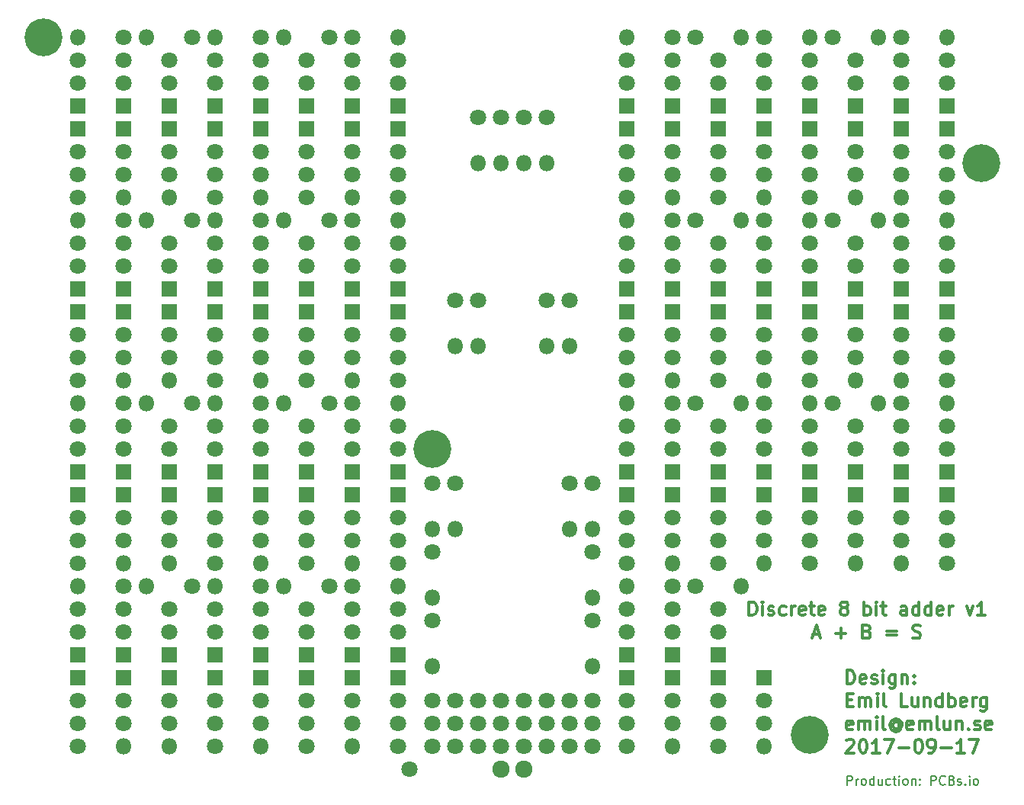
<source format=gts>
G04 #@! TF.FileFunction,Soldermask,Top*
%FSLAX46Y46*%
G04 Gerber Fmt 4.6, Leading zero omitted, Abs format (unit mm)*
G04 Created by KiCad (PCBNEW 4.0.6) date Sun Sep 17 22:44:25 2017*
%MOMM*%
%LPD*%
G01*
G04 APERTURE LIST*
%ADD10C,0.100000*%
%ADD11C,0.200000*%
%ADD12C,0.300000*%
%ADD13C,4.200000*%
%ADD14C,1.800000*%
%ADD15R,1.800000X1.800000*%
%ADD16O,1.800000X1.800000*%
%ADD17C,1.924000*%
G04 APERTURE END LIST*
D10*
D11*
X195961905Y-146502381D02*
X195961905Y-145502381D01*
X196342858Y-145502381D01*
X196438096Y-145550000D01*
X196485715Y-145597619D01*
X196533334Y-145692857D01*
X196533334Y-145835714D01*
X196485715Y-145930952D01*
X196438096Y-145978571D01*
X196342858Y-146026190D01*
X195961905Y-146026190D01*
X196961905Y-146502381D02*
X196961905Y-145835714D01*
X196961905Y-146026190D02*
X197009524Y-145930952D01*
X197057143Y-145883333D01*
X197152381Y-145835714D01*
X197247620Y-145835714D01*
X197723810Y-146502381D02*
X197628572Y-146454762D01*
X197580953Y-146407143D01*
X197533334Y-146311905D01*
X197533334Y-146026190D01*
X197580953Y-145930952D01*
X197628572Y-145883333D01*
X197723810Y-145835714D01*
X197866668Y-145835714D01*
X197961906Y-145883333D01*
X198009525Y-145930952D01*
X198057144Y-146026190D01*
X198057144Y-146311905D01*
X198009525Y-146407143D01*
X197961906Y-146454762D01*
X197866668Y-146502381D01*
X197723810Y-146502381D01*
X198914287Y-146502381D02*
X198914287Y-145502381D01*
X198914287Y-146454762D02*
X198819049Y-146502381D01*
X198628572Y-146502381D01*
X198533334Y-146454762D01*
X198485715Y-146407143D01*
X198438096Y-146311905D01*
X198438096Y-146026190D01*
X198485715Y-145930952D01*
X198533334Y-145883333D01*
X198628572Y-145835714D01*
X198819049Y-145835714D01*
X198914287Y-145883333D01*
X199819049Y-145835714D02*
X199819049Y-146502381D01*
X199390477Y-145835714D02*
X199390477Y-146359524D01*
X199438096Y-146454762D01*
X199533334Y-146502381D01*
X199676192Y-146502381D01*
X199771430Y-146454762D01*
X199819049Y-146407143D01*
X200723811Y-146454762D02*
X200628573Y-146502381D01*
X200438096Y-146502381D01*
X200342858Y-146454762D01*
X200295239Y-146407143D01*
X200247620Y-146311905D01*
X200247620Y-146026190D01*
X200295239Y-145930952D01*
X200342858Y-145883333D01*
X200438096Y-145835714D01*
X200628573Y-145835714D01*
X200723811Y-145883333D01*
X201009525Y-145835714D02*
X201390477Y-145835714D01*
X201152382Y-145502381D02*
X201152382Y-146359524D01*
X201200001Y-146454762D01*
X201295239Y-146502381D01*
X201390477Y-146502381D01*
X201723811Y-146502381D02*
X201723811Y-145835714D01*
X201723811Y-145502381D02*
X201676192Y-145550000D01*
X201723811Y-145597619D01*
X201771430Y-145550000D01*
X201723811Y-145502381D01*
X201723811Y-145597619D01*
X202342858Y-146502381D02*
X202247620Y-146454762D01*
X202200001Y-146407143D01*
X202152382Y-146311905D01*
X202152382Y-146026190D01*
X202200001Y-145930952D01*
X202247620Y-145883333D01*
X202342858Y-145835714D01*
X202485716Y-145835714D01*
X202580954Y-145883333D01*
X202628573Y-145930952D01*
X202676192Y-146026190D01*
X202676192Y-146311905D01*
X202628573Y-146407143D01*
X202580954Y-146454762D01*
X202485716Y-146502381D01*
X202342858Y-146502381D01*
X203104763Y-145835714D02*
X203104763Y-146502381D01*
X203104763Y-145930952D02*
X203152382Y-145883333D01*
X203247620Y-145835714D01*
X203390478Y-145835714D01*
X203485716Y-145883333D01*
X203533335Y-145978571D01*
X203533335Y-146502381D01*
X204009525Y-146407143D02*
X204057144Y-146454762D01*
X204009525Y-146502381D01*
X203961906Y-146454762D01*
X204009525Y-146407143D01*
X204009525Y-146502381D01*
X204009525Y-145883333D02*
X204057144Y-145930952D01*
X204009525Y-145978571D01*
X203961906Y-145930952D01*
X204009525Y-145883333D01*
X204009525Y-145978571D01*
X205247620Y-146502381D02*
X205247620Y-145502381D01*
X205628573Y-145502381D01*
X205723811Y-145550000D01*
X205771430Y-145597619D01*
X205819049Y-145692857D01*
X205819049Y-145835714D01*
X205771430Y-145930952D01*
X205723811Y-145978571D01*
X205628573Y-146026190D01*
X205247620Y-146026190D01*
X206819049Y-146407143D02*
X206771430Y-146454762D01*
X206628573Y-146502381D01*
X206533335Y-146502381D01*
X206390477Y-146454762D01*
X206295239Y-146359524D01*
X206247620Y-146264286D01*
X206200001Y-146073810D01*
X206200001Y-145930952D01*
X206247620Y-145740476D01*
X206295239Y-145645238D01*
X206390477Y-145550000D01*
X206533335Y-145502381D01*
X206628573Y-145502381D01*
X206771430Y-145550000D01*
X206819049Y-145597619D01*
X207580954Y-145978571D02*
X207723811Y-146026190D01*
X207771430Y-146073810D01*
X207819049Y-146169048D01*
X207819049Y-146311905D01*
X207771430Y-146407143D01*
X207723811Y-146454762D01*
X207628573Y-146502381D01*
X207247620Y-146502381D01*
X207247620Y-145502381D01*
X207580954Y-145502381D01*
X207676192Y-145550000D01*
X207723811Y-145597619D01*
X207771430Y-145692857D01*
X207771430Y-145788095D01*
X207723811Y-145883333D01*
X207676192Y-145930952D01*
X207580954Y-145978571D01*
X207247620Y-145978571D01*
X208200001Y-146454762D02*
X208295239Y-146502381D01*
X208485715Y-146502381D01*
X208580954Y-146454762D01*
X208628573Y-146359524D01*
X208628573Y-146311905D01*
X208580954Y-146216667D01*
X208485715Y-146169048D01*
X208342858Y-146169048D01*
X208247620Y-146121429D01*
X208200001Y-146026190D01*
X208200001Y-145978571D01*
X208247620Y-145883333D01*
X208342858Y-145835714D01*
X208485715Y-145835714D01*
X208580954Y-145883333D01*
X209057144Y-146407143D02*
X209104763Y-146454762D01*
X209057144Y-146502381D01*
X209009525Y-146454762D01*
X209057144Y-146407143D01*
X209057144Y-146502381D01*
X209533334Y-146502381D02*
X209533334Y-145835714D01*
X209533334Y-145502381D02*
X209485715Y-145550000D01*
X209533334Y-145597619D01*
X209580953Y-145550000D01*
X209533334Y-145502381D01*
X209533334Y-145597619D01*
X210152381Y-146502381D02*
X210057143Y-146454762D01*
X210009524Y-146407143D01*
X209961905Y-146311905D01*
X209961905Y-146026190D01*
X210009524Y-145930952D01*
X210057143Y-145883333D01*
X210152381Y-145835714D01*
X210295239Y-145835714D01*
X210390477Y-145883333D01*
X210438096Y-145930952D01*
X210485715Y-146026190D01*
X210485715Y-146311905D01*
X210438096Y-146407143D01*
X210390477Y-146454762D01*
X210295239Y-146502381D01*
X210152381Y-146502381D01*
D12*
X195937143Y-135283571D02*
X195937143Y-133783571D01*
X196294286Y-133783571D01*
X196508571Y-133855000D01*
X196651429Y-133997857D01*
X196722857Y-134140714D01*
X196794286Y-134426429D01*
X196794286Y-134640714D01*
X196722857Y-134926429D01*
X196651429Y-135069286D01*
X196508571Y-135212143D01*
X196294286Y-135283571D01*
X195937143Y-135283571D01*
X198008571Y-135212143D02*
X197865714Y-135283571D01*
X197580000Y-135283571D01*
X197437143Y-135212143D01*
X197365714Y-135069286D01*
X197365714Y-134497857D01*
X197437143Y-134355000D01*
X197580000Y-134283571D01*
X197865714Y-134283571D01*
X198008571Y-134355000D01*
X198080000Y-134497857D01*
X198080000Y-134640714D01*
X197365714Y-134783571D01*
X198651428Y-135212143D02*
X198794285Y-135283571D01*
X199080000Y-135283571D01*
X199222857Y-135212143D01*
X199294285Y-135069286D01*
X199294285Y-134997857D01*
X199222857Y-134855000D01*
X199080000Y-134783571D01*
X198865714Y-134783571D01*
X198722857Y-134712143D01*
X198651428Y-134569286D01*
X198651428Y-134497857D01*
X198722857Y-134355000D01*
X198865714Y-134283571D01*
X199080000Y-134283571D01*
X199222857Y-134355000D01*
X199937143Y-135283571D02*
X199937143Y-134283571D01*
X199937143Y-133783571D02*
X199865714Y-133855000D01*
X199937143Y-133926429D01*
X200008571Y-133855000D01*
X199937143Y-133783571D01*
X199937143Y-133926429D01*
X201294286Y-134283571D02*
X201294286Y-135497857D01*
X201222857Y-135640714D01*
X201151429Y-135712143D01*
X201008572Y-135783571D01*
X200794286Y-135783571D01*
X200651429Y-135712143D01*
X201294286Y-135212143D02*
X201151429Y-135283571D01*
X200865715Y-135283571D01*
X200722857Y-135212143D01*
X200651429Y-135140714D01*
X200580000Y-134997857D01*
X200580000Y-134569286D01*
X200651429Y-134426429D01*
X200722857Y-134355000D01*
X200865715Y-134283571D01*
X201151429Y-134283571D01*
X201294286Y-134355000D01*
X202008572Y-134283571D02*
X202008572Y-135283571D01*
X202008572Y-134426429D02*
X202080000Y-134355000D01*
X202222858Y-134283571D01*
X202437143Y-134283571D01*
X202580000Y-134355000D01*
X202651429Y-134497857D01*
X202651429Y-135283571D01*
X203365715Y-135140714D02*
X203437143Y-135212143D01*
X203365715Y-135283571D01*
X203294286Y-135212143D01*
X203365715Y-135140714D01*
X203365715Y-135283571D01*
X203365715Y-134355000D02*
X203437143Y-134426429D01*
X203365715Y-134497857D01*
X203294286Y-134426429D01*
X203365715Y-134355000D01*
X203365715Y-134497857D01*
X195937143Y-137047857D02*
X196437143Y-137047857D01*
X196651429Y-137833571D02*
X195937143Y-137833571D01*
X195937143Y-136333571D01*
X196651429Y-136333571D01*
X197294286Y-137833571D02*
X197294286Y-136833571D01*
X197294286Y-136976429D02*
X197365714Y-136905000D01*
X197508572Y-136833571D01*
X197722857Y-136833571D01*
X197865714Y-136905000D01*
X197937143Y-137047857D01*
X197937143Y-137833571D01*
X197937143Y-137047857D02*
X198008572Y-136905000D01*
X198151429Y-136833571D01*
X198365714Y-136833571D01*
X198508572Y-136905000D01*
X198580000Y-137047857D01*
X198580000Y-137833571D01*
X199294286Y-137833571D02*
X199294286Y-136833571D01*
X199294286Y-136333571D02*
X199222857Y-136405000D01*
X199294286Y-136476429D01*
X199365714Y-136405000D01*
X199294286Y-136333571D01*
X199294286Y-136476429D01*
X200222858Y-137833571D02*
X200080000Y-137762143D01*
X200008572Y-137619286D01*
X200008572Y-136333571D01*
X202651429Y-137833571D02*
X201937143Y-137833571D01*
X201937143Y-136333571D01*
X203794286Y-136833571D02*
X203794286Y-137833571D01*
X203151429Y-136833571D02*
X203151429Y-137619286D01*
X203222857Y-137762143D01*
X203365715Y-137833571D01*
X203580000Y-137833571D01*
X203722857Y-137762143D01*
X203794286Y-137690714D01*
X204508572Y-136833571D02*
X204508572Y-137833571D01*
X204508572Y-136976429D02*
X204580000Y-136905000D01*
X204722858Y-136833571D01*
X204937143Y-136833571D01*
X205080000Y-136905000D01*
X205151429Y-137047857D01*
X205151429Y-137833571D01*
X206508572Y-137833571D02*
X206508572Y-136333571D01*
X206508572Y-137762143D02*
X206365715Y-137833571D01*
X206080001Y-137833571D01*
X205937143Y-137762143D01*
X205865715Y-137690714D01*
X205794286Y-137547857D01*
X205794286Y-137119286D01*
X205865715Y-136976429D01*
X205937143Y-136905000D01*
X206080001Y-136833571D01*
X206365715Y-136833571D01*
X206508572Y-136905000D01*
X207222858Y-137833571D02*
X207222858Y-136333571D01*
X207222858Y-136905000D02*
X207365715Y-136833571D01*
X207651429Y-136833571D01*
X207794286Y-136905000D01*
X207865715Y-136976429D01*
X207937144Y-137119286D01*
X207937144Y-137547857D01*
X207865715Y-137690714D01*
X207794286Y-137762143D01*
X207651429Y-137833571D01*
X207365715Y-137833571D01*
X207222858Y-137762143D01*
X209151429Y-137762143D02*
X209008572Y-137833571D01*
X208722858Y-137833571D01*
X208580001Y-137762143D01*
X208508572Y-137619286D01*
X208508572Y-137047857D01*
X208580001Y-136905000D01*
X208722858Y-136833571D01*
X209008572Y-136833571D01*
X209151429Y-136905000D01*
X209222858Y-137047857D01*
X209222858Y-137190714D01*
X208508572Y-137333571D01*
X209865715Y-137833571D02*
X209865715Y-136833571D01*
X209865715Y-137119286D02*
X209937143Y-136976429D01*
X210008572Y-136905000D01*
X210151429Y-136833571D01*
X210294286Y-136833571D01*
X211437143Y-136833571D02*
X211437143Y-138047857D01*
X211365714Y-138190714D01*
X211294286Y-138262143D01*
X211151429Y-138333571D01*
X210937143Y-138333571D01*
X210794286Y-138262143D01*
X211437143Y-137762143D02*
X211294286Y-137833571D01*
X211008572Y-137833571D01*
X210865714Y-137762143D01*
X210794286Y-137690714D01*
X210722857Y-137547857D01*
X210722857Y-137119286D01*
X210794286Y-136976429D01*
X210865714Y-136905000D01*
X211008572Y-136833571D01*
X211294286Y-136833571D01*
X211437143Y-136905000D01*
X196508571Y-140312143D02*
X196365714Y-140383571D01*
X196080000Y-140383571D01*
X195937143Y-140312143D01*
X195865714Y-140169286D01*
X195865714Y-139597857D01*
X195937143Y-139455000D01*
X196080000Y-139383571D01*
X196365714Y-139383571D01*
X196508571Y-139455000D01*
X196580000Y-139597857D01*
X196580000Y-139740714D01*
X195865714Y-139883571D01*
X197222857Y-140383571D02*
X197222857Y-139383571D01*
X197222857Y-139526429D02*
X197294285Y-139455000D01*
X197437143Y-139383571D01*
X197651428Y-139383571D01*
X197794285Y-139455000D01*
X197865714Y-139597857D01*
X197865714Y-140383571D01*
X197865714Y-139597857D02*
X197937143Y-139455000D01*
X198080000Y-139383571D01*
X198294285Y-139383571D01*
X198437143Y-139455000D01*
X198508571Y-139597857D01*
X198508571Y-140383571D01*
X199222857Y-140383571D02*
X199222857Y-139383571D01*
X199222857Y-138883571D02*
X199151428Y-138955000D01*
X199222857Y-139026429D01*
X199294285Y-138955000D01*
X199222857Y-138883571D01*
X199222857Y-139026429D01*
X200151429Y-140383571D02*
X200008571Y-140312143D01*
X199937143Y-140169286D01*
X199937143Y-138883571D01*
X201651428Y-139669286D02*
X201580000Y-139597857D01*
X201437143Y-139526429D01*
X201294285Y-139526429D01*
X201151428Y-139597857D01*
X201080000Y-139669286D01*
X201008571Y-139812143D01*
X201008571Y-139955000D01*
X201080000Y-140097857D01*
X201151428Y-140169286D01*
X201294285Y-140240714D01*
X201437143Y-140240714D01*
X201580000Y-140169286D01*
X201651428Y-140097857D01*
X201651428Y-139526429D02*
X201651428Y-140097857D01*
X201722857Y-140169286D01*
X201794285Y-140169286D01*
X201937143Y-140097857D01*
X202008571Y-139955000D01*
X202008571Y-139597857D01*
X201865714Y-139383571D01*
X201651428Y-139240714D01*
X201365714Y-139169286D01*
X201080000Y-139240714D01*
X200865714Y-139383571D01*
X200722857Y-139597857D01*
X200651428Y-139883571D01*
X200722857Y-140169286D01*
X200865714Y-140383571D01*
X201080000Y-140526429D01*
X201365714Y-140597857D01*
X201651428Y-140526429D01*
X201865714Y-140383571D01*
X203222856Y-140312143D02*
X203079999Y-140383571D01*
X202794285Y-140383571D01*
X202651428Y-140312143D01*
X202579999Y-140169286D01*
X202579999Y-139597857D01*
X202651428Y-139455000D01*
X202794285Y-139383571D01*
X203079999Y-139383571D01*
X203222856Y-139455000D01*
X203294285Y-139597857D01*
X203294285Y-139740714D01*
X202579999Y-139883571D01*
X203937142Y-140383571D02*
X203937142Y-139383571D01*
X203937142Y-139526429D02*
X204008570Y-139455000D01*
X204151428Y-139383571D01*
X204365713Y-139383571D01*
X204508570Y-139455000D01*
X204579999Y-139597857D01*
X204579999Y-140383571D01*
X204579999Y-139597857D02*
X204651428Y-139455000D01*
X204794285Y-139383571D01*
X205008570Y-139383571D01*
X205151428Y-139455000D01*
X205222856Y-139597857D01*
X205222856Y-140383571D01*
X206151428Y-140383571D02*
X206008570Y-140312143D01*
X205937142Y-140169286D01*
X205937142Y-138883571D01*
X207365713Y-139383571D02*
X207365713Y-140383571D01*
X206722856Y-139383571D02*
X206722856Y-140169286D01*
X206794284Y-140312143D01*
X206937142Y-140383571D01*
X207151427Y-140383571D01*
X207294284Y-140312143D01*
X207365713Y-140240714D01*
X208079999Y-139383571D02*
X208079999Y-140383571D01*
X208079999Y-139526429D02*
X208151427Y-139455000D01*
X208294285Y-139383571D01*
X208508570Y-139383571D01*
X208651427Y-139455000D01*
X208722856Y-139597857D01*
X208722856Y-140383571D01*
X209437142Y-140240714D02*
X209508570Y-140312143D01*
X209437142Y-140383571D01*
X209365713Y-140312143D01*
X209437142Y-140240714D01*
X209437142Y-140383571D01*
X210079999Y-140312143D02*
X210222856Y-140383571D01*
X210508571Y-140383571D01*
X210651428Y-140312143D01*
X210722856Y-140169286D01*
X210722856Y-140097857D01*
X210651428Y-139955000D01*
X210508571Y-139883571D01*
X210294285Y-139883571D01*
X210151428Y-139812143D01*
X210079999Y-139669286D01*
X210079999Y-139597857D01*
X210151428Y-139455000D01*
X210294285Y-139383571D01*
X210508571Y-139383571D01*
X210651428Y-139455000D01*
X211937142Y-140312143D02*
X211794285Y-140383571D01*
X211508571Y-140383571D01*
X211365714Y-140312143D01*
X211294285Y-140169286D01*
X211294285Y-139597857D01*
X211365714Y-139455000D01*
X211508571Y-139383571D01*
X211794285Y-139383571D01*
X211937142Y-139455000D01*
X212008571Y-139597857D01*
X212008571Y-139740714D01*
X211294285Y-139883571D01*
X195865714Y-141576429D02*
X195937143Y-141505000D01*
X196080000Y-141433571D01*
X196437143Y-141433571D01*
X196580000Y-141505000D01*
X196651429Y-141576429D01*
X196722857Y-141719286D01*
X196722857Y-141862143D01*
X196651429Y-142076429D01*
X195794286Y-142933571D01*
X196722857Y-142933571D01*
X197651428Y-141433571D02*
X197794285Y-141433571D01*
X197937142Y-141505000D01*
X198008571Y-141576429D01*
X198080000Y-141719286D01*
X198151428Y-142005000D01*
X198151428Y-142362143D01*
X198080000Y-142647857D01*
X198008571Y-142790714D01*
X197937142Y-142862143D01*
X197794285Y-142933571D01*
X197651428Y-142933571D01*
X197508571Y-142862143D01*
X197437142Y-142790714D01*
X197365714Y-142647857D01*
X197294285Y-142362143D01*
X197294285Y-142005000D01*
X197365714Y-141719286D01*
X197437142Y-141576429D01*
X197508571Y-141505000D01*
X197651428Y-141433571D01*
X199579999Y-142933571D02*
X198722856Y-142933571D01*
X199151428Y-142933571D02*
X199151428Y-141433571D01*
X199008571Y-141647857D01*
X198865713Y-141790714D01*
X198722856Y-141862143D01*
X200079999Y-141433571D02*
X201079999Y-141433571D01*
X200437142Y-142933571D01*
X201651427Y-142362143D02*
X202794284Y-142362143D01*
X203794284Y-141433571D02*
X203937141Y-141433571D01*
X204079998Y-141505000D01*
X204151427Y-141576429D01*
X204222856Y-141719286D01*
X204294284Y-142005000D01*
X204294284Y-142362143D01*
X204222856Y-142647857D01*
X204151427Y-142790714D01*
X204079998Y-142862143D01*
X203937141Y-142933571D01*
X203794284Y-142933571D01*
X203651427Y-142862143D01*
X203579998Y-142790714D01*
X203508570Y-142647857D01*
X203437141Y-142362143D01*
X203437141Y-142005000D01*
X203508570Y-141719286D01*
X203579998Y-141576429D01*
X203651427Y-141505000D01*
X203794284Y-141433571D01*
X205008569Y-142933571D02*
X205294284Y-142933571D01*
X205437141Y-142862143D01*
X205508569Y-142790714D01*
X205651427Y-142576429D01*
X205722855Y-142290714D01*
X205722855Y-141719286D01*
X205651427Y-141576429D01*
X205579998Y-141505000D01*
X205437141Y-141433571D01*
X205151427Y-141433571D01*
X205008569Y-141505000D01*
X204937141Y-141576429D01*
X204865712Y-141719286D01*
X204865712Y-142076429D01*
X204937141Y-142219286D01*
X205008569Y-142290714D01*
X205151427Y-142362143D01*
X205437141Y-142362143D01*
X205579998Y-142290714D01*
X205651427Y-142219286D01*
X205722855Y-142076429D01*
X206365712Y-142362143D02*
X207508569Y-142362143D01*
X209008569Y-142933571D02*
X208151426Y-142933571D01*
X208579998Y-142933571D02*
X208579998Y-141433571D01*
X208437141Y-141647857D01*
X208294283Y-141790714D01*
X208151426Y-141862143D01*
X209508569Y-141433571D02*
X210508569Y-141433571D01*
X209865712Y-142933571D01*
X185048573Y-127673571D02*
X185048573Y-126173571D01*
X185405716Y-126173571D01*
X185620001Y-126245000D01*
X185762859Y-126387857D01*
X185834287Y-126530714D01*
X185905716Y-126816429D01*
X185905716Y-127030714D01*
X185834287Y-127316429D01*
X185762859Y-127459286D01*
X185620001Y-127602143D01*
X185405716Y-127673571D01*
X185048573Y-127673571D01*
X186548573Y-127673571D02*
X186548573Y-126673571D01*
X186548573Y-126173571D02*
X186477144Y-126245000D01*
X186548573Y-126316429D01*
X186620001Y-126245000D01*
X186548573Y-126173571D01*
X186548573Y-126316429D01*
X187191430Y-127602143D02*
X187334287Y-127673571D01*
X187620002Y-127673571D01*
X187762859Y-127602143D01*
X187834287Y-127459286D01*
X187834287Y-127387857D01*
X187762859Y-127245000D01*
X187620002Y-127173571D01*
X187405716Y-127173571D01*
X187262859Y-127102143D01*
X187191430Y-126959286D01*
X187191430Y-126887857D01*
X187262859Y-126745000D01*
X187405716Y-126673571D01*
X187620002Y-126673571D01*
X187762859Y-126745000D01*
X189120002Y-127602143D02*
X188977145Y-127673571D01*
X188691431Y-127673571D01*
X188548573Y-127602143D01*
X188477145Y-127530714D01*
X188405716Y-127387857D01*
X188405716Y-126959286D01*
X188477145Y-126816429D01*
X188548573Y-126745000D01*
X188691431Y-126673571D01*
X188977145Y-126673571D01*
X189120002Y-126745000D01*
X189762859Y-127673571D02*
X189762859Y-126673571D01*
X189762859Y-126959286D02*
X189834287Y-126816429D01*
X189905716Y-126745000D01*
X190048573Y-126673571D01*
X190191430Y-126673571D01*
X191262858Y-127602143D02*
X191120001Y-127673571D01*
X190834287Y-127673571D01*
X190691430Y-127602143D01*
X190620001Y-127459286D01*
X190620001Y-126887857D01*
X190691430Y-126745000D01*
X190834287Y-126673571D01*
X191120001Y-126673571D01*
X191262858Y-126745000D01*
X191334287Y-126887857D01*
X191334287Y-127030714D01*
X190620001Y-127173571D01*
X191762858Y-126673571D02*
X192334287Y-126673571D01*
X191977144Y-126173571D02*
X191977144Y-127459286D01*
X192048572Y-127602143D01*
X192191430Y-127673571D01*
X192334287Y-127673571D01*
X193405715Y-127602143D02*
X193262858Y-127673571D01*
X192977144Y-127673571D01*
X192834287Y-127602143D01*
X192762858Y-127459286D01*
X192762858Y-126887857D01*
X192834287Y-126745000D01*
X192977144Y-126673571D01*
X193262858Y-126673571D01*
X193405715Y-126745000D01*
X193477144Y-126887857D01*
X193477144Y-127030714D01*
X192762858Y-127173571D01*
X195477144Y-126816429D02*
X195334286Y-126745000D01*
X195262858Y-126673571D01*
X195191429Y-126530714D01*
X195191429Y-126459286D01*
X195262858Y-126316429D01*
X195334286Y-126245000D01*
X195477144Y-126173571D01*
X195762858Y-126173571D01*
X195905715Y-126245000D01*
X195977144Y-126316429D01*
X196048572Y-126459286D01*
X196048572Y-126530714D01*
X195977144Y-126673571D01*
X195905715Y-126745000D01*
X195762858Y-126816429D01*
X195477144Y-126816429D01*
X195334286Y-126887857D01*
X195262858Y-126959286D01*
X195191429Y-127102143D01*
X195191429Y-127387857D01*
X195262858Y-127530714D01*
X195334286Y-127602143D01*
X195477144Y-127673571D01*
X195762858Y-127673571D01*
X195905715Y-127602143D01*
X195977144Y-127530714D01*
X196048572Y-127387857D01*
X196048572Y-127102143D01*
X195977144Y-126959286D01*
X195905715Y-126887857D01*
X195762858Y-126816429D01*
X197834286Y-127673571D02*
X197834286Y-126173571D01*
X197834286Y-126745000D02*
X197977143Y-126673571D01*
X198262857Y-126673571D01*
X198405714Y-126745000D01*
X198477143Y-126816429D01*
X198548572Y-126959286D01*
X198548572Y-127387857D01*
X198477143Y-127530714D01*
X198405714Y-127602143D01*
X198262857Y-127673571D01*
X197977143Y-127673571D01*
X197834286Y-127602143D01*
X199191429Y-127673571D02*
X199191429Y-126673571D01*
X199191429Y-126173571D02*
X199120000Y-126245000D01*
X199191429Y-126316429D01*
X199262857Y-126245000D01*
X199191429Y-126173571D01*
X199191429Y-126316429D01*
X199691429Y-126673571D02*
X200262858Y-126673571D01*
X199905715Y-126173571D02*
X199905715Y-127459286D01*
X199977143Y-127602143D01*
X200120001Y-127673571D01*
X200262858Y-127673571D01*
X202548572Y-127673571D02*
X202548572Y-126887857D01*
X202477143Y-126745000D01*
X202334286Y-126673571D01*
X202048572Y-126673571D01*
X201905715Y-126745000D01*
X202548572Y-127602143D02*
X202405715Y-127673571D01*
X202048572Y-127673571D01*
X201905715Y-127602143D01*
X201834286Y-127459286D01*
X201834286Y-127316429D01*
X201905715Y-127173571D01*
X202048572Y-127102143D01*
X202405715Y-127102143D01*
X202548572Y-127030714D01*
X203905715Y-127673571D02*
X203905715Y-126173571D01*
X203905715Y-127602143D02*
X203762858Y-127673571D01*
X203477144Y-127673571D01*
X203334286Y-127602143D01*
X203262858Y-127530714D01*
X203191429Y-127387857D01*
X203191429Y-126959286D01*
X203262858Y-126816429D01*
X203334286Y-126745000D01*
X203477144Y-126673571D01*
X203762858Y-126673571D01*
X203905715Y-126745000D01*
X205262858Y-127673571D02*
X205262858Y-126173571D01*
X205262858Y-127602143D02*
X205120001Y-127673571D01*
X204834287Y-127673571D01*
X204691429Y-127602143D01*
X204620001Y-127530714D01*
X204548572Y-127387857D01*
X204548572Y-126959286D01*
X204620001Y-126816429D01*
X204691429Y-126745000D01*
X204834287Y-126673571D01*
X205120001Y-126673571D01*
X205262858Y-126745000D01*
X206548572Y-127602143D02*
X206405715Y-127673571D01*
X206120001Y-127673571D01*
X205977144Y-127602143D01*
X205905715Y-127459286D01*
X205905715Y-126887857D01*
X205977144Y-126745000D01*
X206120001Y-126673571D01*
X206405715Y-126673571D01*
X206548572Y-126745000D01*
X206620001Y-126887857D01*
X206620001Y-127030714D01*
X205905715Y-127173571D01*
X207262858Y-127673571D02*
X207262858Y-126673571D01*
X207262858Y-126959286D02*
X207334286Y-126816429D01*
X207405715Y-126745000D01*
X207548572Y-126673571D01*
X207691429Y-126673571D01*
X209191429Y-126673571D02*
X209548572Y-127673571D01*
X209905714Y-126673571D01*
X211262857Y-127673571D02*
X210405714Y-127673571D01*
X210834286Y-127673571D02*
X210834286Y-126173571D01*
X210691429Y-126387857D01*
X210548571Y-126530714D01*
X210405714Y-126602143D01*
X192155715Y-129795000D02*
X192870001Y-129795000D01*
X192012858Y-130223571D02*
X192512858Y-128723571D01*
X193012858Y-130223571D01*
X194655715Y-129652143D02*
X195798572Y-129652143D01*
X195227143Y-130223571D02*
X195227143Y-129080714D01*
X198155715Y-129437857D02*
X198370001Y-129509286D01*
X198441429Y-129580714D01*
X198512858Y-129723571D01*
X198512858Y-129937857D01*
X198441429Y-130080714D01*
X198370001Y-130152143D01*
X198227143Y-130223571D01*
X197655715Y-130223571D01*
X197655715Y-128723571D01*
X198155715Y-128723571D01*
X198298572Y-128795000D01*
X198370001Y-128866429D01*
X198441429Y-129009286D01*
X198441429Y-129152143D01*
X198370001Y-129295000D01*
X198298572Y-129366429D01*
X198155715Y-129437857D01*
X197655715Y-129437857D01*
X200298572Y-129437857D02*
X201441429Y-129437857D01*
X201441429Y-129866429D02*
X200298572Y-129866429D01*
X203227143Y-130152143D02*
X203441429Y-130223571D01*
X203798572Y-130223571D01*
X203941429Y-130152143D01*
X204012858Y-130080714D01*
X204084286Y-129937857D01*
X204084286Y-129795000D01*
X204012858Y-129652143D01*
X203941429Y-129580714D01*
X203798572Y-129509286D01*
X203512858Y-129437857D01*
X203370000Y-129366429D01*
X203298572Y-129295000D01*
X203227143Y-129152143D01*
X203227143Y-129009286D01*
X203298572Y-128866429D01*
X203370000Y-128795000D01*
X203512858Y-128723571D01*
X203870000Y-128723571D01*
X204084286Y-128795000D01*
D13*
X210820000Y-77470000D03*
D14*
X171450000Y-88900000D03*
X171450000Y-86360000D03*
D15*
X171450000Y-91440000D03*
D14*
X171450000Y-68580000D03*
X171450000Y-66040000D03*
D15*
X171450000Y-71120000D03*
D14*
X140970000Y-104140000D03*
D16*
X146050000Y-104140000D03*
D14*
X167640000Y-137160000D03*
X165100000Y-137160000D03*
X162560000Y-137160000D03*
X160020000Y-137160000D03*
X157480000Y-137160000D03*
X154940000Y-137160000D03*
X152400000Y-137160000D03*
X149860000Y-137160000D03*
X171450000Y-137160000D03*
X171450000Y-139700000D03*
D15*
X171450000Y-134620000D03*
D14*
X176530000Y-137160000D03*
X176530000Y-139700000D03*
D15*
X176530000Y-134620000D03*
D14*
X181610000Y-137160000D03*
X181610000Y-139700000D03*
D15*
X181610000Y-134620000D03*
D14*
X186690000Y-137160000D03*
X186690000Y-139700000D03*
D15*
X186690000Y-134620000D03*
D14*
X176530000Y-116840000D03*
X176530000Y-119380000D03*
D15*
X176530000Y-114300000D03*
D14*
X181610000Y-116840000D03*
X181610000Y-119380000D03*
D15*
X181610000Y-114300000D03*
D14*
X186690000Y-116840000D03*
X186690000Y-119380000D03*
D15*
X186690000Y-114300000D03*
D14*
X171450000Y-142240000D03*
D16*
X176530000Y-142240000D03*
D14*
X181610000Y-142240000D03*
D16*
X186690000Y-142240000D03*
D14*
X171450000Y-121920000D03*
D16*
X176530000Y-121920000D03*
D14*
X181610000Y-121920000D03*
D16*
X186690000Y-121920000D03*
D17*
X160020000Y-144780000D03*
X157480000Y-144780000D03*
D14*
X167640000Y-142240000D03*
X165100000Y-142240000D03*
X162560000Y-142240000D03*
X160020000Y-142240000D03*
X157480000Y-142240000D03*
X154940000Y-142240000D03*
X152400000Y-142240000D03*
X149860000Y-142240000D03*
X167640000Y-139700000D03*
X165100000Y-139700000D03*
X162560000Y-139700000D03*
X160020000Y-139700000D03*
X157480000Y-139700000D03*
X154940000Y-139700000D03*
X152400000Y-139700000D03*
X149860000Y-139700000D03*
X176530000Y-109220000D03*
X176530000Y-106680000D03*
D15*
X176530000Y-111760000D03*
D14*
X181610000Y-109220000D03*
X181610000Y-106680000D03*
D15*
X181610000Y-111760000D03*
D14*
X186690000Y-109220000D03*
X186690000Y-106680000D03*
D15*
X186690000Y-111760000D03*
D14*
X191770000Y-109220000D03*
X191770000Y-106680000D03*
D15*
X191770000Y-111760000D03*
D14*
X196850000Y-109220000D03*
X196850000Y-106680000D03*
D15*
X196850000Y-111760000D03*
D14*
X201930000Y-109220000D03*
X201930000Y-106680000D03*
D15*
X201930000Y-111760000D03*
D14*
X207010000Y-109220000D03*
X207010000Y-106680000D03*
D15*
X207010000Y-111760000D03*
D14*
X179070000Y-104140000D03*
D16*
X184150000Y-104140000D03*
D14*
X186690000Y-104140000D03*
D16*
X191770000Y-104140000D03*
D14*
X194310000Y-104140000D03*
D16*
X199390000Y-104140000D03*
D14*
X201930000Y-104140000D03*
D16*
X207010000Y-104140000D03*
D14*
X171450000Y-129540000D03*
X171450000Y-127000000D03*
D15*
X171450000Y-132080000D03*
D14*
X176530000Y-129540000D03*
X176530000Y-127000000D03*
D15*
X176530000Y-132080000D03*
D14*
X181610000Y-129540000D03*
X181610000Y-127000000D03*
D15*
X181610000Y-132080000D03*
D14*
X171450000Y-116840000D03*
X171450000Y-119380000D03*
D15*
X171450000Y-114300000D03*
D14*
X191770000Y-116840000D03*
X191770000Y-119380000D03*
D15*
X191770000Y-114300000D03*
D14*
X196850000Y-116840000D03*
X196850000Y-119380000D03*
D15*
X196850000Y-114300000D03*
D14*
X201930000Y-116840000D03*
X201930000Y-119380000D03*
D15*
X201930000Y-114300000D03*
D14*
X207010000Y-116840000D03*
X207010000Y-119380000D03*
D15*
X207010000Y-114300000D03*
D14*
X171450000Y-109220000D03*
X171450000Y-106680000D03*
D15*
X171450000Y-111760000D03*
D14*
X176530000Y-124460000D03*
D16*
X171450000Y-124460000D03*
D14*
X179070000Y-124460000D03*
D16*
X184150000Y-124460000D03*
D14*
X191770000Y-121920000D03*
D16*
X196850000Y-121920000D03*
D14*
X207010000Y-121920000D03*
D16*
X201930000Y-121920000D03*
D14*
X176530000Y-104140000D03*
D16*
X171450000Y-104140000D03*
D14*
X171450000Y-96520000D03*
X171450000Y-99060000D03*
D15*
X171450000Y-93980000D03*
D14*
X176530000Y-96520000D03*
X176530000Y-99060000D03*
D15*
X176530000Y-93980000D03*
D14*
X181610000Y-96520000D03*
X181610000Y-99060000D03*
D15*
X181610000Y-93980000D03*
D14*
X186690000Y-96520000D03*
X186690000Y-99060000D03*
D15*
X186690000Y-93980000D03*
D14*
X191770000Y-96520000D03*
X191770000Y-99060000D03*
D15*
X191770000Y-93980000D03*
D14*
X196850000Y-96520000D03*
X196850000Y-99060000D03*
D15*
X196850000Y-93980000D03*
D14*
X201930000Y-96520000D03*
X201930000Y-99060000D03*
D15*
X201930000Y-93980000D03*
D14*
X207010000Y-96520000D03*
X207010000Y-99060000D03*
D15*
X207010000Y-93980000D03*
D14*
X176530000Y-88900000D03*
X176530000Y-86360000D03*
D15*
X176530000Y-91440000D03*
D14*
X181610000Y-88900000D03*
X181610000Y-86360000D03*
D15*
X181610000Y-91440000D03*
D14*
X186690000Y-88900000D03*
X186690000Y-86360000D03*
D15*
X186690000Y-91440000D03*
D14*
X191770000Y-88900000D03*
X191770000Y-86360000D03*
D15*
X191770000Y-91440000D03*
D14*
X196850000Y-88900000D03*
X196850000Y-86360000D03*
D15*
X196850000Y-91440000D03*
D14*
X201930000Y-88900000D03*
X201930000Y-86360000D03*
D15*
X201930000Y-91440000D03*
D14*
X207010000Y-88900000D03*
X207010000Y-86360000D03*
D15*
X207010000Y-91440000D03*
D14*
X171450000Y-76200000D03*
X171450000Y-78740000D03*
D15*
X171450000Y-73660000D03*
D14*
X176530000Y-76200000D03*
X176530000Y-78740000D03*
D15*
X176530000Y-73660000D03*
D14*
X181610000Y-76200000D03*
X181610000Y-78740000D03*
D15*
X181610000Y-73660000D03*
D14*
X186690000Y-76200000D03*
X186690000Y-78740000D03*
D15*
X186690000Y-73660000D03*
D14*
X191770000Y-76200000D03*
X191770000Y-78740000D03*
D15*
X191770000Y-73660000D03*
D14*
X196850000Y-76200000D03*
X196850000Y-78740000D03*
D15*
X196850000Y-73660000D03*
D14*
X201930000Y-76200000D03*
X201930000Y-78740000D03*
D15*
X201930000Y-73660000D03*
D14*
X207010000Y-76200000D03*
X207010000Y-78740000D03*
D15*
X207010000Y-73660000D03*
D14*
X176530000Y-68580000D03*
X176530000Y-66040000D03*
D15*
X176530000Y-71120000D03*
D14*
X181610000Y-68580000D03*
X181610000Y-66040000D03*
D15*
X181610000Y-71120000D03*
D14*
X186690000Y-68580000D03*
X186690000Y-66040000D03*
D15*
X186690000Y-71120000D03*
D14*
X191770000Y-68580000D03*
X191770000Y-66040000D03*
D15*
X191770000Y-71120000D03*
D14*
X196850000Y-68580000D03*
X196850000Y-66040000D03*
D15*
X196850000Y-71120000D03*
D14*
X201930000Y-68580000D03*
X201930000Y-66040000D03*
D15*
X201930000Y-71120000D03*
D14*
X207010000Y-68580000D03*
X207010000Y-66040000D03*
D15*
X207010000Y-71120000D03*
D14*
X171450000Y-101600000D03*
D16*
X176530000Y-101600000D03*
D14*
X181610000Y-101600000D03*
D16*
X186690000Y-101600000D03*
D14*
X191770000Y-101600000D03*
D16*
X196850000Y-101600000D03*
D14*
X207010000Y-101600000D03*
D16*
X201930000Y-101600000D03*
D14*
X176530000Y-83820000D03*
D16*
X171450000Y-83820000D03*
D14*
X179070000Y-83820000D03*
D16*
X184150000Y-83820000D03*
D14*
X186690000Y-83820000D03*
D16*
X191770000Y-83820000D03*
D14*
X194310000Y-83820000D03*
D16*
X199390000Y-83820000D03*
D14*
X201930000Y-83820000D03*
D16*
X207010000Y-83820000D03*
D14*
X171450000Y-81280000D03*
D16*
X176530000Y-81280000D03*
D14*
X181610000Y-81280000D03*
D16*
X186690000Y-81280000D03*
D14*
X191770000Y-81280000D03*
D16*
X196850000Y-81280000D03*
D14*
X207010000Y-81280000D03*
D16*
X201930000Y-81280000D03*
D14*
X176530000Y-63500000D03*
D16*
X171450000Y-63500000D03*
D14*
X179070000Y-63500000D03*
D16*
X184150000Y-63500000D03*
D14*
X186690000Y-63500000D03*
D16*
X191770000Y-63500000D03*
D14*
X194310000Y-63500000D03*
D16*
X199390000Y-63500000D03*
D14*
X201930000Y-63500000D03*
D16*
X207010000Y-63500000D03*
D14*
X147320000Y-144780000D03*
X146050000Y-76200000D03*
X146050000Y-78740000D03*
D15*
X146050000Y-73660000D03*
D14*
X140970000Y-76200000D03*
X140970000Y-78740000D03*
D15*
X140970000Y-73660000D03*
D14*
X135890000Y-76200000D03*
X135890000Y-78740000D03*
D15*
X135890000Y-73660000D03*
D14*
X130810000Y-76200000D03*
X130810000Y-78740000D03*
D15*
X130810000Y-73660000D03*
D14*
X125730000Y-76200000D03*
X125730000Y-78740000D03*
D15*
X125730000Y-73660000D03*
D14*
X120650000Y-76200000D03*
X120650000Y-78740000D03*
D15*
X120650000Y-73660000D03*
D14*
X115570000Y-76200000D03*
X115570000Y-78740000D03*
D15*
X115570000Y-73660000D03*
D14*
X110490000Y-76200000D03*
X110490000Y-78740000D03*
D15*
X110490000Y-73660000D03*
D14*
X146050000Y-68580000D03*
X146050000Y-66040000D03*
D15*
X146050000Y-71120000D03*
D14*
X140970000Y-68580000D03*
X140970000Y-66040000D03*
D15*
X140970000Y-71120000D03*
D14*
X135890000Y-68580000D03*
X135890000Y-66040000D03*
D15*
X135890000Y-71120000D03*
D14*
X130810000Y-68580000D03*
X130810000Y-66040000D03*
D15*
X130810000Y-71120000D03*
D14*
X125730000Y-68580000D03*
X125730000Y-66040000D03*
D15*
X125730000Y-71120000D03*
D14*
X120650000Y-68580000D03*
X120650000Y-66040000D03*
D15*
X120650000Y-71120000D03*
D14*
X115570000Y-68580000D03*
X115570000Y-66040000D03*
D15*
X115570000Y-71120000D03*
D14*
X110490000Y-68580000D03*
X110490000Y-66040000D03*
D15*
X110490000Y-71120000D03*
D14*
X146050000Y-96520000D03*
X146050000Y-99060000D03*
D15*
X146050000Y-93980000D03*
D14*
X140970000Y-96520000D03*
X140970000Y-99060000D03*
D15*
X140970000Y-93980000D03*
D14*
X135890000Y-96520000D03*
X135890000Y-99060000D03*
D15*
X135890000Y-93980000D03*
D14*
X130810000Y-96520000D03*
X130810000Y-99060000D03*
D15*
X130810000Y-93980000D03*
D14*
X125730000Y-96520000D03*
X125730000Y-99060000D03*
D15*
X125730000Y-93980000D03*
D14*
X120650000Y-96520000D03*
X120650000Y-99060000D03*
D15*
X120650000Y-93980000D03*
D14*
X115570000Y-96520000D03*
X115570000Y-99060000D03*
D15*
X115570000Y-93980000D03*
D14*
X110490000Y-96520000D03*
X110490000Y-99060000D03*
D15*
X110490000Y-93980000D03*
D14*
X146050000Y-88900000D03*
X146050000Y-86360000D03*
D15*
X146050000Y-91440000D03*
D14*
X140970000Y-88900000D03*
X140970000Y-86360000D03*
D15*
X140970000Y-91440000D03*
D14*
X135890000Y-88900000D03*
X135890000Y-86360000D03*
D15*
X135890000Y-91440000D03*
D14*
X130810000Y-88900000D03*
X130810000Y-86360000D03*
D15*
X130810000Y-91440000D03*
D14*
X125730000Y-88900000D03*
X125730000Y-86360000D03*
D15*
X125730000Y-91440000D03*
D14*
X120650000Y-88900000D03*
X120650000Y-86360000D03*
D15*
X120650000Y-91440000D03*
D14*
X115570000Y-88900000D03*
X115570000Y-86360000D03*
D15*
X115570000Y-91440000D03*
D14*
X110490000Y-88900000D03*
X110490000Y-86360000D03*
D15*
X110490000Y-91440000D03*
D14*
X146050000Y-116840000D03*
X146050000Y-119380000D03*
D15*
X146050000Y-114300000D03*
D14*
X140970000Y-116840000D03*
X140970000Y-119380000D03*
D15*
X140970000Y-114300000D03*
D14*
X135890000Y-116840000D03*
X135890000Y-119380000D03*
D15*
X135890000Y-114300000D03*
D14*
X130810000Y-116840000D03*
X130810000Y-119380000D03*
D15*
X130810000Y-114300000D03*
D14*
X125730000Y-116840000D03*
X125730000Y-119380000D03*
D15*
X125730000Y-114300000D03*
D14*
X120650000Y-116840000D03*
X120650000Y-119380000D03*
D15*
X120650000Y-114300000D03*
D14*
X115570000Y-116840000D03*
X115570000Y-119380000D03*
D15*
X115570000Y-114300000D03*
D14*
X110490000Y-116840000D03*
X110490000Y-119380000D03*
D15*
X110490000Y-114300000D03*
D14*
X146050000Y-109220000D03*
X146050000Y-106680000D03*
D15*
X146050000Y-111760000D03*
D14*
X140970000Y-109220000D03*
X140970000Y-106680000D03*
D15*
X140970000Y-111760000D03*
D14*
X135890000Y-109220000D03*
X135890000Y-106680000D03*
D15*
X135890000Y-111760000D03*
D14*
X130810000Y-109220000D03*
X130810000Y-106680000D03*
D15*
X130810000Y-111760000D03*
D14*
X125730000Y-109220000D03*
X125730000Y-106680000D03*
D15*
X125730000Y-111760000D03*
D14*
X120650000Y-109220000D03*
X120650000Y-106680000D03*
D15*
X120650000Y-111760000D03*
D14*
X115570000Y-109220000D03*
X115570000Y-106680000D03*
D15*
X115570000Y-111760000D03*
D14*
X110490000Y-109220000D03*
X110490000Y-106680000D03*
D15*
X110490000Y-111760000D03*
D14*
X146050000Y-137160000D03*
X146050000Y-139700000D03*
D15*
X146050000Y-134620000D03*
D14*
X140970000Y-137160000D03*
X140970000Y-139700000D03*
D15*
X140970000Y-134620000D03*
D14*
X135890000Y-137160000D03*
X135890000Y-139700000D03*
D15*
X135890000Y-134620000D03*
D14*
X130810000Y-137160000D03*
X130810000Y-139700000D03*
D15*
X130810000Y-134620000D03*
D14*
X125730000Y-137160000D03*
X125730000Y-139700000D03*
D15*
X125730000Y-134620000D03*
D14*
X120650000Y-137160000D03*
X120650000Y-139700000D03*
D15*
X120650000Y-134620000D03*
D14*
X115570000Y-137160000D03*
X115570000Y-139700000D03*
D15*
X115570000Y-134620000D03*
D14*
X110490000Y-137160000D03*
X110490000Y-139700000D03*
D15*
X110490000Y-134620000D03*
D14*
X146050000Y-129540000D03*
X146050000Y-127000000D03*
D15*
X146050000Y-132080000D03*
D14*
X140970000Y-129540000D03*
X140970000Y-127000000D03*
D15*
X140970000Y-132080000D03*
D14*
X135890000Y-129540000D03*
X135890000Y-127000000D03*
D15*
X135890000Y-132080000D03*
D14*
X130810000Y-129540000D03*
X130810000Y-127000000D03*
D15*
X130810000Y-132080000D03*
D14*
X125730000Y-129540000D03*
X125730000Y-127000000D03*
D15*
X125730000Y-132080000D03*
D14*
X120650000Y-129540000D03*
X120650000Y-127000000D03*
D15*
X120650000Y-132080000D03*
D14*
X115570000Y-129540000D03*
X115570000Y-127000000D03*
D15*
X115570000Y-132080000D03*
D14*
X110490000Y-129540000D03*
X110490000Y-127000000D03*
D15*
X110490000Y-132080000D03*
D14*
X146050000Y-81280000D03*
D16*
X140970000Y-81280000D03*
D14*
X135890000Y-81280000D03*
D16*
X130810000Y-81280000D03*
D14*
X125730000Y-81280000D03*
D16*
X120650000Y-81280000D03*
D14*
X110490000Y-81280000D03*
D16*
X115570000Y-81280000D03*
D14*
X140970000Y-63500000D03*
D16*
X146050000Y-63500000D03*
D14*
X138430000Y-63500000D03*
D16*
X133350000Y-63500000D03*
D14*
X130810000Y-63500000D03*
D16*
X125730000Y-63500000D03*
D14*
X123190000Y-63500000D03*
D16*
X118110000Y-63500000D03*
D14*
X115570000Y-63500000D03*
D16*
X110490000Y-63500000D03*
D14*
X146050000Y-101600000D03*
D16*
X140970000Y-101600000D03*
D14*
X135890000Y-101600000D03*
D16*
X130810000Y-101600000D03*
D14*
X125730000Y-101600000D03*
D16*
X120650000Y-101600000D03*
D14*
X110490000Y-101600000D03*
D16*
X115570000Y-101600000D03*
D14*
X140970000Y-83820000D03*
D16*
X146050000Y-83820000D03*
D14*
X138430000Y-83820000D03*
D16*
X133350000Y-83820000D03*
D14*
X130810000Y-83820000D03*
D16*
X125730000Y-83820000D03*
D14*
X123190000Y-83820000D03*
D16*
X118110000Y-83820000D03*
D14*
X115570000Y-83820000D03*
D16*
X110490000Y-83820000D03*
D14*
X146050000Y-121920000D03*
D16*
X140970000Y-121920000D03*
D14*
X135890000Y-121920000D03*
D16*
X130810000Y-121920000D03*
D14*
X125730000Y-121920000D03*
D16*
X120650000Y-121920000D03*
D14*
X110490000Y-121920000D03*
D16*
X115570000Y-121920000D03*
D14*
X138430000Y-104140000D03*
D16*
X133350000Y-104140000D03*
D14*
X130810000Y-104140000D03*
D16*
X125730000Y-104140000D03*
D14*
X123190000Y-104140000D03*
D16*
X118110000Y-104140000D03*
D14*
X115570000Y-104140000D03*
D16*
X110490000Y-104140000D03*
D14*
X146050000Y-142240000D03*
D16*
X140970000Y-142240000D03*
D14*
X135890000Y-142240000D03*
D16*
X130810000Y-142240000D03*
D14*
X125730000Y-142240000D03*
D16*
X120650000Y-142240000D03*
D14*
X110490000Y-142240000D03*
D16*
X115570000Y-142240000D03*
D14*
X140970000Y-124460000D03*
D16*
X146050000Y-124460000D03*
D14*
X138430000Y-124460000D03*
D16*
X133350000Y-124460000D03*
D14*
X130810000Y-124460000D03*
D16*
X125730000Y-124460000D03*
D14*
X123190000Y-124460000D03*
D16*
X118110000Y-124460000D03*
D14*
X115570000Y-124460000D03*
D16*
X110490000Y-124460000D03*
D14*
X167640000Y-120650000D03*
D16*
X167640000Y-125730000D03*
D14*
X167640000Y-128270000D03*
D16*
X167640000Y-133350000D03*
D14*
X165100000Y-113030000D03*
D16*
X165100000Y-118110000D03*
D14*
X167640000Y-113030000D03*
D16*
X167640000Y-118110000D03*
D14*
X162560000Y-92710000D03*
D16*
X162560000Y-97790000D03*
D14*
X165100000Y-92710000D03*
D16*
X165100000Y-97790000D03*
D14*
X160020000Y-72390000D03*
D16*
X160020000Y-77470000D03*
D14*
X162560000Y-72390000D03*
D16*
X162560000Y-77470000D03*
D14*
X157480000Y-72390000D03*
D16*
X157480000Y-77470000D03*
D14*
X154940000Y-72390000D03*
D16*
X154940000Y-77470000D03*
D14*
X154940000Y-92710000D03*
D16*
X154940000Y-97790000D03*
D14*
X152400000Y-92710000D03*
D16*
X152400000Y-97790000D03*
D14*
X152400000Y-113030000D03*
D16*
X152400000Y-118110000D03*
D14*
X149860000Y-113030000D03*
D16*
X149860000Y-118110000D03*
D14*
X149860000Y-120650000D03*
D16*
X149860000Y-125730000D03*
D14*
X149860000Y-128270000D03*
D16*
X149860000Y-133350000D03*
D13*
X106680000Y-63500000D03*
X149860000Y-109220000D03*
X191770000Y-140970000D03*
M02*

</source>
